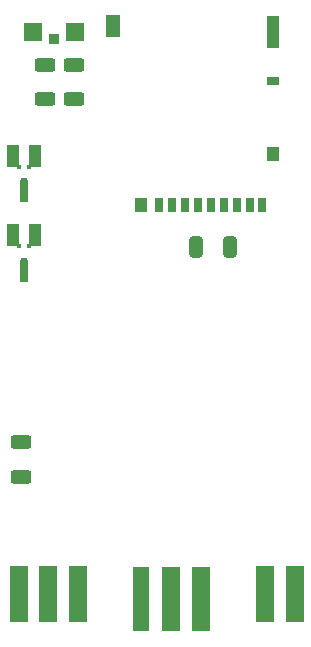
<source format=gts>
%TF.GenerationSoftware,KiCad,Pcbnew,(6.0.1)*%
%TF.CreationDate,2022-02-03T01:47:34-08:00*%
%TF.ProjectId,sd2ps2,73643270-7332-42e6-9b69-6361645f7063,rev?*%
%TF.SameCoordinates,Original*%
%TF.FileFunction,Soldermask,Top*%
%TF.FilePolarity,Negative*%
%FSLAX46Y46*%
G04 Gerber Fmt 4.6, Leading zero omitted, Abs format (unit mm)*
G04 Created by KiCad (PCBNEW (6.0.1)) date 2022-02-03 01:47:34*
%MOMM*%
%LPD*%
G01*
G04 APERTURE LIST*
G04 Aperture macros list*
%AMRoundRect*
0 Rectangle with rounded corners*
0 $1 Rounding radius*
0 $2 $3 $4 $5 $6 $7 $8 $9 X,Y pos of 4 corners*
0 Add a 4 corners polygon primitive as box body*
4,1,4,$2,$3,$4,$5,$6,$7,$8,$9,$2,$3,0*
0 Add four circle primitives for the rounded corners*
1,1,$1+$1,$2,$3*
1,1,$1+$1,$4,$5*
1,1,$1+$1,$6,$7*
1,1,$1+$1,$8,$9*
0 Add four rect primitives between the rounded corners*
20,1,$1+$1,$2,$3,$4,$5,0*
20,1,$1+$1,$4,$5,$6,$7,0*
20,1,$1+$1,$6,$7,$8,$9,0*
20,1,$1+$1,$8,$9,$2,$3,0*%
G04 Aperture macros list end*
%ADD10RoundRect,0.250000X-0.325000X-0.650000X0.325000X-0.650000X0.325000X0.650000X-0.325000X0.650000X0*%
%ADD11R,1.500000X4.700000*%
%ADD12R,1.500000X5.500000*%
%ADD13R,1.400000X5.500000*%
%ADD14R,0.700000X1.200000*%
%ADD15R,1.000000X1.200000*%
%ADD16R,1.000000X0.800000*%
%ADD17R,1.000000X2.800000*%
%ADD18R,1.300000X1.900000*%
%ADD19R,0.900000X0.900000*%
%ADD20R,1.500000X1.500000*%
%ADD21RoundRect,0.250000X0.625000X-0.312500X0.625000X0.312500X-0.625000X0.312500X-0.625000X-0.312500X0*%
%ADD22R,0.400000X0.450000*%
%ADD23R,1.000000X1.900000*%
%ADD24R,0.500000X0.450000*%
%ADD25R,0.800000X1.900000*%
G04 APERTURE END LIST*
D10*
%TO.C,C1*%
X187025000Y-95750000D03*
X189975000Y-95750000D03*
%TD*%
D11*
%TO.C,J1*%
X195450000Y-125150000D03*
X192950000Y-125150000D03*
D12*
X187450000Y-125550000D03*
X184950000Y-125550000D03*
D13*
X182400000Y-125550000D03*
D11*
X177050000Y-125150000D03*
X174550000Y-125150000D03*
X172050000Y-125150000D03*
%TD*%
D14*
%TO.C,J2*%
X183975000Y-92162000D03*
X185075000Y-92162000D03*
X186175000Y-92162000D03*
X187275000Y-92162000D03*
X188375000Y-92162000D03*
X189475000Y-92162000D03*
X190575000Y-92162000D03*
X191675000Y-92162000D03*
D15*
X182425000Y-92162000D03*
D14*
X192625000Y-92162000D03*
D15*
X193575000Y-87862000D03*
D16*
X193575000Y-81663000D03*
D17*
X193575000Y-77513000D03*
D18*
X180075000Y-77062000D03*
%TD*%
D19*
%TO.C,LED1*%
X175050000Y-78150000D03*
D20*
X176800000Y-77500000D03*
X173300000Y-77500000D03*
%TD*%
D21*
%TO.C,R1*%
X172250000Y-115212500D03*
X172250000Y-112287500D03*
%TD*%
%TO.C,R2*%
X174250000Y-83212500D03*
X174250000Y-80287500D03*
%TD*%
%TO.C,R3*%
X176750000Y-83212500D03*
X176750000Y-80287500D03*
%TD*%
D22*
%TO.C,Q1*%
X172900000Y-88925000D03*
D23*
X173400000Y-88000000D03*
X171600000Y-88000000D03*
D22*
X172100000Y-88925000D03*
D24*
X172500000Y-90075000D03*
D25*
X172500000Y-91000000D03*
%TD*%
D22*
%TO.C,Q2*%
X172900000Y-95675000D03*
D23*
X173400000Y-94750000D03*
X171600000Y-94750000D03*
D22*
X172100000Y-95675000D03*
D25*
X172500000Y-97750000D03*
D24*
X172500000Y-96825000D03*
%TD*%
M02*

</source>
